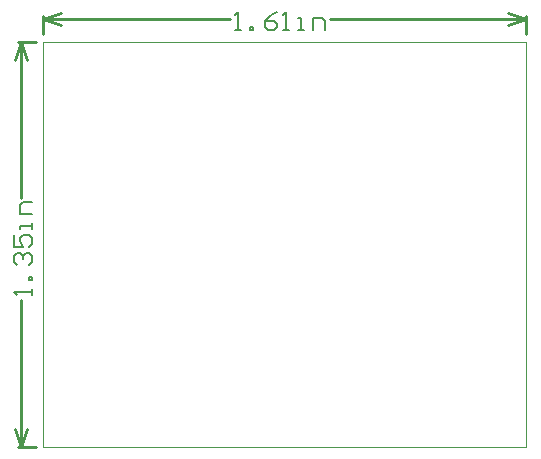
<source format=gm1>
G04*
G04 #@! TF.GenerationSoftware,Altium Limited,Altium Designer,21.6.4 (81)*
G04*
G04 Layer_Color=16711935*
%FSLAX24Y24*%
%MOIN*%
G70*
G04*
G04 #@! TF.SameCoordinates,C872EA01-BEF4-4682-9824-B52BD61A81C0*
G04*
G04*
G04 #@! TF.FilePolarity,Positive*
G04*
G01*
G75*
%ADD10C,0.0100*%
%ADD24C,0.0000*%
%ADD25C,0.0060*%
D10*
X-950Y600D02*
X-750Y0D01*
X-550Y600D01*
X-750Y13500D02*
X-550Y12900D01*
X-950D02*
X-750Y13500D01*
Y0D02*
Y4881D01*
Y8299D02*
Y13500D01*
X-850Y0D02*
X-250D01*
X-850Y13500D02*
X-250D01*
X0Y14250D02*
X600Y14450D01*
X0Y14250D02*
X600Y14050D01*
X15500D02*
X16100Y14250D01*
X15500Y14450D02*
X16100Y14250D01*
X0D02*
X6230D01*
X9550D02*
X16100D01*
X0Y13750D02*
Y14350D01*
X16100Y13750D02*
Y14350D01*
D24*
X0Y0D02*
Y13500D01*
X16100D01*
Y0D02*
Y13500D01*
X0Y0D02*
X16100D01*
D25*
X-390Y5041D02*
Y5240D01*
Y5140D01*
X-990D01*
X-890Y5041D01*
X-390Y5540D02*
X-490D01*
Y5640D01*
X-390D01*
Y5540D01*
X-890Y6040D02*
X-990Y6140D01*
Y6340D01*
X-890Y6440D01*
X-790D01*
X-690Y6340D01*
Y6240D01*
Y6340D01*
X-590Y6440D01*
X-490D01*
X-390Y6340D01*
Y6140D01*
X-490Y6040D01*
X-990Y7040D02*
Y6640D01*
X-690D01*
X-790Y6840D01*
Y6940D01*
X-690Y7040D01*
X-490D01*
X-390Y6940D01*
Y6740D01*
X-490Y6640D01*
X-390Y7240D02*
Y7440D01*
Y7340D01*
X-790D01*
Y7240D01*
X-390Y7740D02*
X-790D01*
Y8040D01*
X-690Y8140D01*
X-390D01*
X6390Y13890D02*
X6590D01*
X6490D01*
Y14490D01*
X6390Y14390D01*
X6890Y13890D02*
Y13990D01*
X6990D01*
Y13890D01*
X6890D01*
X7790Y14490D02*
X7590Y14390D01*
X7390Y14190D01*
Y13990D01*
X7490Y13890D01*
X7690D01*
X7790Y13990D01*
Y14090D01*
X7690Y14190D01*
X7390D01*
X7990Y13890D02*
X8190D01*
X8090D01*
Y14490D01*
X7990Y14390D01*
X8490Y13890D02*
X8690D01*
X8590D01*
Y14290D01*
X8490D01*
X8990Y13890D02*
Y14290D01*
X9290D01*
X9390Y14190D01*
Y13890D01*
M02*

</source>
